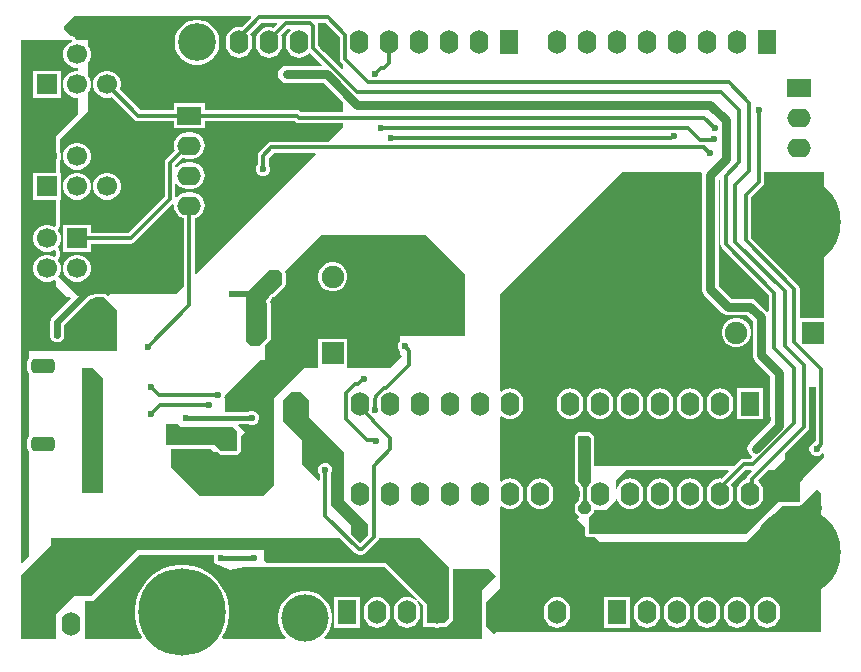
<source format=gbl>
G04*
G04 #@! TF.GenerationSoftware,Altium Limited,Altium Designer,21.7.1 (17)*
G04*
G04 Layer_Physical_Order=2*
G04 Layer_Color=16711680*
%FSLAX44Y44*%
%MOMM*%
G71*
G04*
G04 #@! TF.SameCoordinates,7A3013B2-BE9A-4409-8891-BE4D90AA3B49*
G04*
G04*
G04 #@! TF.FilePolarity,Positive*
G04*
G01*
G75*
%ADD12C,0.3000*%
%ADD14C,0.6000*%
%ADD31R,1.9000X1.9000*%
%ADD65R,1.9000X1.9000*%
%ADD66C,1.9000*%
%ADD72C,0.5000*%
%ADD73C,0.4000*%
%ADD74C,3.2000*%
%ADD75C,4.0000*%
%ADD76O,1.6000X2.0000*%
%ADD77R,1.6000X2.0000*%
%ADD78O,2.0000X1.6000*%
%ADD79R,2.0000X1.6000*%
%ADD80C,7.4000*%
%ADD81R,1.7000X1.7000*%
%ADD82C,1.7000*%
G04:AMPARAMS|DCode=83|XSize=2mm|YSize=1.2mm|CornerRadius=0.3mm|HoleSize=0mm|Usage=FLASHONLY|Rotation=0.000|XOffset=0mm|YOffset=0mm|HoleType=Round|Shape=RoundedRectangle|*
%AMROUNDEDRECTD83*
21,1,2.0000,0.6000,0,0,0.0*
21,1,1.4000,1.2000,0,0,0.0*
1,1,0.6000,0.7000,-0.3000*
1,1,0.6000,-0.7000,-0.3000*
1,1,0.6000,-0.7000,0.3000*
1,1,0.6000,0.7000,0.3000*
%
%ADD83ROUNDEDRECTD83*%
%ADD84C,0.6000*%
%ADD85C,0.8000*%
G36*
X198345Y528827D02*
X190305Y520786D01*
X187960Y521095D01*
X185088Y520717D01*
X182412Y519608D01*
X180115Y517845D01*
X178351Y515547D01*
X177243Y512872D01*
X176865Y510000D01*
Y506000D01*
X177243Y503128D01*
X178351Y500452D01*
X180115Y498155D01*
X182412Y496391D01*
X185088Y495283D01*
X187960Y494905D01*
X190832Y495283D01*
X193507Y496391D01*
X195805Y498155D01*
X197568Y500452D01*
X198677Y503128D01*
X199055Y506000D01*
Y510000D01*
X198677Y512872D01*
X197708Y515212D01*
X207158Y524662D01*
X219874D01*
X220360Y523489D01*
X217191Y520320D01*
X216232Y520717D01*
X213360Y521095D01*
X210488Y520717D01*
X207812Y519608D01*
X205515Y517845D01*
X203752Y515547D01*
X202643Y512872D01*
X202265Y510000D01*
Y506000D01*
X202643Y503128D01*
X203752Y500452D01*
X205515Y498155D01*
X207812Y496391D01*
X210488Y495283D01*
X213360Y494905D01*
X216232Y495283D01*
X218908Y496391D01*
X221205Y498155D01*
X222969Y500452D01*
X224077Y503128D01*
X224455Y506000D01*
Y510000D01*
X224077Y512872D01*
X223680Y513831D01*
X229510Y519662D01*
X231196D01*
X231627Y518392D01*
X230915Y517845D01*
X229151Y515547D01*
X228043Y512872D01*
X227665Y510000D01*
Y506000D01*
X228043Y503128D01*
X229151Y500452D01*
X230915Y498155D01*
X233213Y496391D01*
X235888Y495283D01*
X238760Y494905D01*
X241632Y495283D01*
X244307Y496391D01*
X246605Y498155D01*
X247169Y498889D01*
X248436Y498972D01*
X258424Y488984D01*
X257938Y487810D01*
X228232D01*
X226405Y487570D01*
X224702Y486865D01*
X223240Y485742D01*
X222118Y484280D01*
X221413Y482577D01*
X221172Y480750D01*
X221413Y478923D01*
X222118Y477220D01*
X223240Y475757D01*
X224702Y474636D01*
X226405Y473930D01*
X228232Y473690D01*
X259326D01*
X276000Y457015D01*
Y448588D01*
X240804D01*
X240148Y449244D01*
X238660Y450239D01*
X236904Y450588D01*
X159000D01*
Y457000D01*
X133000D01*
Y450588D01*
X104541D01*
X86961Y468168D01*
X87700Y470926D01*
Y473954D01*
X86916Y476879D01*
X85402Y479501D01*
X83261Y481642D01*
X80639Y483156D01*
X77714Y483940D01*
X74686D01*
X71761Y483156D01*
X69139Y481642D01*
X66998Y479501D01*
X65484Y476879D01*
X64700Y473954D01*
Y470926D01*
X65484Y468001D01*
X66998Y465379D01*
X69139Y463238D01*
X71761Y461724D01*
X74686Y460940D01*
X77714D01*
X80472Y461679D01*
X99396Y442756D01*
X100884Y441761D01*
X102640Y441412D01*
X133000D01*
Y435000D01*
X159000D01*
Y441412D01*
X235003D01*
X235660Y440756D01*
X237148Y439761D01*
X238904Y439412D01*
X276000D01*
Y436000D01*
X263500Y423500D01*
X215412D01*
X213656Y423151D01*
X212168Y422156D01*
X205256Y415244D01*
X204261Y413756D01*
X203912Y412000D01*
Y404397D01*
X203413Y403899D01*
X202500Y401693D01*
Y399306D01*
X203413Y397101D01*
X205101Y395414D01*
X207306Y394500D01*
X209694D01*
X211899Y395414D01*
X213587Y397101D01*
X214500Y399306D01*
Y401693D01*
X213587Y403899D01*
X213088Y404397D01*
Y410099D01*
X217313Y414324D01*
X252665D01*
X253151Y413150D01*
X151762Y311761D01*
X150588Y312248D01*
Y359046D01*
X150872Y359083D01*
X153547Y360191D01*
X155845Y361955D01*
X157608Y364253D01*
X158717Y366928D01*
X159095Y369800D01*
X158717Y372672D01*
X157608Y375347D01*
X155845Y377645D01*
X153547Y379408D01*
X150872Y380517D01*
X148000Y380895D01*
X144000D01*
X141128Y380517D01*
X138453Y379408D01*
X136155Y377645D01*
X135358Y376607D01*
X134088Y377038D01*
Y387962D01*
X135358Y388393D01*
X136155Y387355D01*
X138453Y385592D01*
X141128Y384483D01*
X144000Y384105D01*
X148000D01*
X150872Y384483D01*
X153547Y385592D01*
X155845Y387355D01*
X157608Y389653D01*
X158717Y392328D01*
X159095Y395200D01*
X158717Y398072D01*
X157608Y400747D01*
X155845Y403045D01*
X153547Y404809D01*
X150872Y405917D01*
X148000Y406295D01*
X144000D01*
X141128Y405917D01*
X138453Y404809D01*
X136155Y403045D01*
X135358Y402007D01*
X134088Y402438D01*
Y404199D01*
X140169Y410280D01*
X141128Y409883D01*
X144000Y409505D01*
X148000D01*
X150872Y409883D01*
X153547Y410992D01*
X155845Y412755D01*
X157608Y415053D01*
X158717Y417728D01*
X159095Y420600D01*
X158717Y423472D01*
X157608Y426147D01*
X155845Y428445D01*
X153547Y430209D01*
X150872Y431317D01*
X148000Y431695D01*
X144000D01*
X141128Y431317D01*
X138453Y430209D01*
X136155Y428445D01*
X134391Y426147D01*
X133283Y423472D01*
X132905Y420600D01*
X133283Y417728D01*
X133680Y416769D01*
X126256Y409344D01*
X125261Y407856D01*
X124912Y406100D01*
Y377150D01*
X94350Y346588D01*
X62300D01*
Y353500D01*
X39300D01*
Y330500D01*
X62300D01*
Y337412D01*
X96250D01*
X98006Y337761D01*
X99494Y338756D01*
X131789Y371050D01*
X132992Y370457D01*
X132905Y369800D01*
X133283Y366928D01*
X134391Y364253D01*
X136155Y361955D01*
X138453Y360191D01*
X141128Y359083D01*
X141412Y359046D01*
Y301412D01*
X135000Y295000D01*
X79000D01*
X77163Y293163D01*
X76163Y294163D01*
X75170Y294826D01*
X74000Y295059D01*
X74000Y295059D01*
X66567D01*
X66271Y295000D01*
X65970D01*
X65692Y294885D01*
X65396Y294826D01*
X65146Y294659D01*
X64867Y294543D01*
X64398Y294229D01*
X62949Y293941D01*
X62784D01*
X61613Y293708D01*
X60621Y293045D01*
X60576Y293000D01*
X52000D01*
X35000Y310000D01*
Y310228D01*
X36116Y312161D01*
X36900Y315086D01*
Y318114D01*
X36116Y321039D01*
X35000Y322972D01*
Y324686D01*
X35163Y324795D01*
X35275Y324963D01*
X35427Y325096D01*
X35604Y325454D01*
X35826Y325787D01*
X35865Y325985D01*
X35955Y326166D01*
X35981Y326565D01*
X36059Y326958D01*
Y331642D01*
X35981Y332035D01*
X35955Y332434D01*
X35865Y332615D01*
X35826Y332813D01*
X35604Y333146D01*
X35427Y333504D01*
X35275Y333638D01*
X35163Y333805D01*
X35000Y333914D01*
Y335628D01*
X36116Y337561D01*
X36900Y340486D01*
Y343514D01*
X36116Y346439D01*
X35000Y348372D01*
Y350086D01*
X35163Y350195D01*
X35275Y350363D01*
X35427Y350496D01*
X35604Y350854D01*
X35826Y351187D01*
X35865Y351385D01*
X35955Y351566D01*
X35981Y351965D01*
X36059Y352358D01*
Y358000D01*
Y374580D01*
X36900D01*
Y397580D01*
X36059D01*
Y406942D01*
X36116Y407041D01*
X36900Y409966D01*
Y412994D01*
X36116Y415919D01*
X36059Y416018D01*
Y426059D01*
X60000Y450000D01*
Y465377D01*
X60002Y465379D01*
X61516Y468001D01*
X62300Y470926D01*
Y473954D01*
X61516Y476879D01*
X60002Y479501D01*
X60000Y479503D01*
Y490777D01*
X60002Y490779D01*
X61516Y493401D01*
X62300Y496326D01*
Y499354D01*
X61516Y502279D01*
X60002Y504901D01*
X60000Y504903D01*
Y510000D01*
X49927D01*
X49875Y510399D01*
X49746Y510778D01*
X49668Y511171D01*
X49556Y511338D01*
X49491Y511529D01*
X49227Y511830D01*
X49005Y512163D01*
X48837Y512275D01*
X48704Y512427D01*
X48345Y512604D01*
X48013Y512826D01*
X47815Y512865D01*
X47634Y512954D01*
X47235Y512981D01*
X46842Y513059D01*
X45941D01*
X40000Y519000D01*
Y522000D01*
X48000Y530000D01*
X197859D01*
X198345Y528827D01*
D02*
G37*
G36*
X273472Y512290D02*
Y493498D01*
X273821Y491742D01*
X274816Y490253D01*
X276000Y489069D01*
Y486045D01*
X274827Y485559D01*
X254963Y505422D01*
Y521625D01*
X254614Y523381D01*
X254506Y523542D01*
X255105Y524662D01*
X261099D01*
X273472Y512290D01*
D02*
G37*
G36*
X47010Y508730D02*
X46361Y508556D01*
X43739Y507042D01*
X41598Y504901D01*
X40084Y502279D01*
X39300Y499354D01*
Y496326D01*
X40084Y493401D01*
X41598Y490779D01*
X43739Y488638D01*
X46361Y487124D01*
X49286Y486340D01*
X52000D01*
Y483940D01*
X49286D01*
X46361Y483156D01*
X43739Y481642D01*
X41598Y479501D01*
X40084Y476879D01*
X39300Y473954D01*
Y470926D01*
X40084Y468001D01*
X41598Y465379D01*
X43739Y463238D01*
X46361Y461724D01*
X49286Y460940D01*
X52000D01*
Y447000D01*
X33000Y428000D01*
Y397580D01*
X13900D01*
Y374580D01*
X33000D01*
Y358000D01*
Y352358D01*
X31730Y351624D01*
X29839Y352716D01*
X26914Y353500D01*
X23886D01*
X20961Y352716D01*
X18339Y351202D01*
X16198Y349061D01*
X14684Y346439D01*
X13900Y343514D01*
Y340486D01*
X14684Y337561D01*
X16198Y334939D01*
X18339Y332798D01*
X20961Y331284D01*
X23886Y330500D01*
X26914D01*
X29839Y331284D01*
X31730Y332376D01*
X33000Y331642D01*
Y326958D01*
X31730Y326225D01*
X29839Y327316D01*
X26914Y328100D01*
X23886D01*
X20961Y327316D01*
X18339Y325802D01*
X16198Y323661D01*
X14684Y321039D01*
X13900Y318114D01*
Y315086D01*
X14684Y312161D01*
X16198Y309539D01*
X18339Y307398D01*
X20961Y305884D01*
X23886Y305100D01*
X26914D01*
X29839Y305884D01*
X31730Y306976D01*
X33000Y306242D01*
Y301000D01*
X42000Y292000D01*
X44939D01*
X45425Y290827D01*
X29740Y275142D01*
X28414Y273157D01*
X27949Y270816D01*
Y260000D01*
X28066Y259409D01*
Y258806D01*
X28297Y258250D01*
X28414Y257659D01*
X28749Y257158D01*
X28979Y256601D01*
X29406Y256175D01*
X29740Y255674D01*
X30241Y255340D01*
X30667Y254913D01*
X31224Y254683D01*
X31725Y254348D01*
X32316Y254231D01*
X32873Y254000D01*
X33475D01*
X34066Y253882D01*
X34657Y254000D01*
X35259D01*
X35816Y254231D01*
X36407Y254348D01*
X36908Y254683D01*
X37465Y254913D01*
X37891Y255340D01*
X38392Y255674D01*
X38726Y256175D01*
X39153Y256601D01*
X39383Y257158D01*
X39718Y257659D01*
X39836Y258250D01*
X40066Y258806D01*
Y259409D01*
X40184Y260000D01*
Y268282D01*
X62784Y290882D01*
X63250D01*
X65591Y291348D01*
X66567Y292000D01*
X74000D01*
X85000Y281000D01*
Y247000D01*
X10000D01*
Y240324D01*
X9343Y239341D01*
X8878Y237000D01*
Y231000D01*
X9343Y228659D01*
X10000Y227676D01*
Y174324D01*
X9343Y173341D01*
X8878Y171000D01*
Y165000D01*
X9343Y162659D01*
X10000Y161676D01*
X10000Y73000D01*
X4173Y67173D01*
X3000Y67659D01*
Y510000D01*
X46842D01*
X47010Y508730D01*
D02*
G37*
G36*
X595412Y391328D02*
Y337000D01*
X595761Y335244D01*
X596756Y333756D01*
X636412Y294100D01*
Y280244D01*
X635142Y279813D01*
X634992Y280007D01*
X626008Y288992D01*
X624545Y290114D01*
X622842Y290820D01*
X621015Y291060D01*
X604925D01*
X594060Y301924D01*
Y391953D01*
X594142Y392007D01*
X595412Y391328D01*
D02*
G37*
G36*
X683000Y274734D02*
X662588D01*
Y299350D01*
X662239Y301106D01*
X661244Y302594D01*
X621588Y342251D01*
Y377099D01*
X631244Y386756D01*
X632239Y388244D01*
X632588Y390000D01*
Y398000D01*
X683000D01*
Y274734D01*
D02*
G37*
G36*
X224500Y312500D02*
Y303500D01*
X216231Y295231D01*
X215351Y294867D01*
X213664Y293179D01*
X213299Y292299D01*
X211000Y290000D01*
X212000Y285426D01*
Y258000D01*
X205000Y251000D01*
X198000D01*
X194000Y255000D01*
Y296000D01*
X213000Y315000D01*
X222000D01*
X224500Y312500D01*
D02*
G37*
G36*
X379000Y312000D02*
Y260000D01*
X378586Y259000D01*
X324000D01*
Y254836D01*
X323238Y254074D01*
X322325Y251869D01*
Y249482D01*
X323238Y247276D01*
X324000Y246515D01*
Y244000D01*
X326000Y242000D01*
X316000Y232000D01*
X281020D01*
X279750Y232000D01*
X279750Y233270D01*
Y257000D01*
X254750D01*
Y233270D01*
X254750Y232000D01*
X253480Y232000D01*
X243000D01*
X218000Y207000D01*
Y133000D01*
X209000Y124000D01*
X154000D01*
X130000Y148000D01*
Y163941D01*
X164059D01*
X167000Y161000D01*
X169674D01*
X170837Y159837D01*
X171829Y159174D01*
X173000Y158941D01*
X173000Y158941D01*
X186000D01*
X187171Y159174D01*
X188163Y159837D01*
X188826Y160830D01*
X188860Y161000D01*
X190000D01*
Y175000D01*
X193000Y178000D01*
X187271Y183729D01*
X187757Y184902D01*
X195379D01*
X197556Y184000D01*
X199944D01*
X202149Y184913D01*
X203836Y186601D01*
X204750Y188806D01*
Y191194D01*
X203836Y193399D01*
X202149Y195087D01*
X199944Y196000D01*
X197556D01*
X195379Y195098D01*
X176000D01*
Y207000D01*
X175679Y207320D01*
X175982Y208051D01*
Y208982D01*
X206000Y239000D01*
X210000D01*
Y251674D01*
X214163Y255837D01*
X214826Y256829D01*
X215059Y258000D01*
X215059Y258000D01*
Y285426D01*
X214994Y285750D01*
X214988Y286080D01*
X214345Y289020D01*
X215462Y290136D01*
X216125Y291129D01*
X216257Y291446D01*
X217084Y292274D01*
X217402Y292405D01*
X218394Y293068D01*
X226663Y301337D01*
X227326Y302329D01*
X227559Y303500D01*
X227559Y303500D01*
Y312500D01*
X227559Y312500D01*
X227326Y313671D01*
X227063Y314063D01*
X258000Y345000D01*
X346000D01*
X379000Y312000D01*
D02*
G37*
G36*
X580036Y396730D02*
X579940Y396000D01*
Y299000D01*
X580180Y297173D01*
X580886Y295470D01*
X582007Y294008D01*
X597008Y279007D01*
X598470Y277885D01*
X600173Y277180D01*
X602000Y276940D01*
X618091D01*
X622940Y272091D01*
Y243000D01*
X623180Y241173D01*
X623885Y239470D01*
X625008Y238008D01*
X637940Y225075D01*
Y186425D01*
X620508Y168992D01*
X619385Y167530D01*
X618680Y165827D01*
X618440Y164000D01*
X618680Y162173D01*
X619385Y160470D01*
X620508Y159008D01*
X621821Y157999D01*
X622086Y157432D01*
X622246Y156628D01*
X621206Y155588D01*
X615507D01*
X613752Y155239D01*
X612263Y154244D01*
X607019Y149000D01*
X602655D01*
X602359Y149059D01*
X516000D01*
X516000Y149059D01*
X515705Y149000D01*
X488910D01*
Y173148D01*
X488677Y174319D01*
X488014Y175311D01*
X488014Y175311D01*
X486163Y177163D01*
X485171Y177826D01*
X484000Y178059D01*
X484000Y178059D01*
X476000D01*
X474829Y177826D01*
X473837Y177163D01*
X473185Y176511D01*
X472522Y175519D01*
X472289Y174348D01*
X472289Y174348D01*
Y136149D01*
X472329Y135951D01*
X472316Y135749D01*
X472444Y135370D01*
X472522Y134978D01*
X472634Y134810D01*
X472699Y134619D01*
X472963Y134319D01*
X473185Y133986D01*
X473353Y133874D01*
X473486Y133722D01*
X473914Y133394D01*
X475187Y131735D01*
X475987Y129803D01*
X476286Y127529D01*
Y123931D01*
X475987Y121657D01*
X475187Y119725D01*
X473914Y118066D01*
X473486Y117738D01*
X473353Y117586D01*
X473185Y117474D01*
X472963Y117142D01*
X472699Y116841D01*
X472634Y116650D01*
X472522Y116482D01*
X472444Y116090D01*
X472316Y115711D01*
X472329Y115509D01*
X472289Y115311D01*
Y111418D01*
X472289Y111417D01*
X472522Y110247D01*
X473185Y109255D01*
X473185Y109255D01*
X476152Y106288D01*
X476164Y106164D01*
X474000Y104000D01*
X480941Y97059D01*
Y92000D01*
X481174Y90829D01*
X481837Y89837D01*
X482830Y89174D01*
X484000Y88941D01*
X489059D01*
X493000Y85000D01*
X618000D01*
X648000Y115000D01*
X662000D01*
X662941Y115941D01*
X663000D01*
X664171Y116174D01*
X665163Y116837D01*
X665826Y117830D01*
X666059Y119000D01*
Y119059D01*
X677000Y130000D01*
X681000Y126000D01*
Y9000D01*
X406000D01*
X404000Y7000D01*
X397059Y13941D01*
Y34059D01*
X409000Y46000D01*
Y55704D01*
X409059Y56000D01*
X409000Y56296D01*
Y114748D01*
X410270Y115374D01*
X411903Y114122D01*
X414578Y113013D01*
X417450Y112635D01*
X420322Y113013D01*
X422998Y114122D01*
X425295Y115885D01*
X427058Y118182D01*
X428167Y120858D01*
X428545Y123730D01*
Y127730D01*
X428167Y130602D01*
X427058Y133278D01*
X425295Y135575D01*
X422998Y137338D01*
X420322Y138447D01*
X417450Y138825D01*
X414578Y138447D01*
X411903Y137338D01*
X410270Y136086D01*
X409000Y136712D01*
Y190948D01*
X410270Y191574D01*
X411903Y190322D01*
X414578Y189213D01*
X417450Y188835D01*
X420322Y189213D01*
X422998Y190322D01*
X425295Y192085D01*
X427058Y194382D01*
X428167Y197058D01*
X428545Y199930D01*
Y203930D01*
X428167Y206802D01*
X427058Y209478D01*
X425295Y211775D01*
X422998Y213538D01*
X420322Y214647D01*
X417450Y215025D01*
X414578Y214647D01*
X411903Y213538D01*
X410270Y212286D01*
X409000Y212912D01*
Y295000D01*
X512000Y398000D01*
X578925D01*
X580036Y396730D01*
D02*
G37*
G36*
X139000Y182000D02*
X183000D01*
X186000Y179000D01*
Y162000D01*
X173000D01*
X168000Y167000D01*
X126000D01*
Y185000D01*
X136000D01*
X139000Y182000D01*
D02*
G37*
G36*
X73000Y223000D02*
Y126000D01*
X55000D01*
Y230000D01*
Y232000D01*
X64000D01*
X73000Y223000D01*
D02*
G37*
G36*
X676553Y170042D02*
X676511Y170000D01*
X675807D01*
X673601Y169087D01*
X671913Y167399D01*
X671000Y165194D01*
Y162806D01*
X671913Y160601D01*
X673601Y158913D01*
X675807Y158000D01*
X678194D01*
X680399Y158913D01*
X681730Y160245D01*
X683000Y159740D01*
Y157000D01*
X672000Y146000D01*
X668000Y142000D01*
X663000Y135000D01*
Y119000D01*
X644000D01*
X617000Y92000D01*
X484000D01*
Y105774D01*
X484769Y106288D01*
X488014Y109533D01*
X488677Y110526D01*
X488910Y111696D01*
X490119Y112000D01*
X499000D01*
X507000Y120000D01*
Y121255D01*
X508270Y121338D01*
X508333Y120858D01*
X509441Y118182D01*
X511205Y115885D01*
X513503Y114122D01*
X516178Y113013D01*
X519050Y112635D01*
X521922Y113013D01*
X524598Y114122D01*
X526895Y115885D01*
X528658Y118182D01*
X529767Y120858D01*
X530145Y123730D01*
Y127730D01*
X529767Y130602D01*
X528658Y133278D01*
X526895Y135575D01*
X524598Y137338D01*
X521922Y138447D01*
X519050Y138825D01*
X516178Y138447D01*
X513503Y137338D01*
X511205Y135575D01*
X509441Y133278D01*
X508333Y130602D01*
X508270Y130122D01*
X507000Y130205D01*
Y137000D01*
X516000Y146000D01*
X602359D01*
X602845Y144827D01*
X596658Y138639D01*
X595250Y138825D01*
X592378Y138447D01*
X589702Y137338D01*
X587405Y135575D01*
X585642Y133278D01*
X584533Y130602D01*
X584155Y127730D01*
Y123730D01*
X584533Y120858D01*
X585642Y118182D01*
X587405Y115885D01*
X589702Y114122D01*
X592378Y113013D01*
X595250Y112635D01*
X598122Y113013D01*
X600798Y114122D01*
X603095Y115885D01*
X604859Y118182D01*
X605967Y120858D01*
X606345Y123730D01*
Y127730D01*
X605967Y130602D01*
X604859Y133278D01*
X604604Y133609D01*
X616996Y146000D01*
X621852D01*
X622338Y144827D01*
X618784Y141273D01*
X617790Y139785D01*
X617501Y138332D01*
X615103Y137338D01*
X612805Y135575D01*
X611041Y133278D01*
X609933Y130602D01*
X609555Y127730D01*
Y123730D01*
X609933Y120858D01*
X611041Y118182D01*
X612805Y115885D01*
X615103Y114122D01*
X617778Y113013D01*
X620650Y112635D01*
X623522Y113013D01*
X626198Y114122D01*
X628495Y115885D01*
X630258Y118182D01*
X631367Y120858D01*
X631745Y123730D01*
Y127730D01*
X631367Y130602D01*
X630258Y133278D01*
X628495Y135575D01*
X627884Y136045D01*
X627800Y137312D01*
X636489Y146000D01*
X641000D01*
X650000Y155000D01*
Y159511D01*
X669244Y178756D01*
X670239Y180244D01*
X670588Y182000D01*
Y215588D01*
X671000Y216000D01*
X676553D01*
Y170042D01*
D02*
G37*
G36*
X485852Y173148D02*
Y135611D01*
X485805Y135575D01*
X484041Y133278D01*
X482933Y130602D01*
X482555Y127730D01*
Y123730D01*
X482933Y120858D01*
X484041Y118182D01*
X485805Y115885D01*
X485852Y115849D01*
Y111696D01*
X482607Y108451D01*
X478315D01*
X475348Y111417D01*
Y115311D01*
X476095Y115885D01*
X477859Y118182D01*
X478967Y120858D01*
X479345Y123730D01*
Y127730D01*
X478967Y130602D01*
X477859Y133278D01*
X476095Y135575D01*
X475348Y136149D01*
Y174348D01*
X476000Y175000D01*
X484000D01*
X485852Y173148D01*
D02*
G37*
G36*
X247000Y205000D02*
Y191000D01*
X277000Y161000D01*
Y120000D01*
X297000Y100000D01*
Y90489D01*
X290534Y84023D01*
X283000Y91558D01*
Y99000D01*
X265588Y116412D01*
Y142103D01*
X266087Y142601D01*
X267000Y144806D01*
Y147193D01*
X266087Y149399D01*
X264399Y151087D01*
X262194Y152000D01*
X259806D01*
X257601Y151087D01*
X255914Y149399D01*
X255000Y147193D01*
Y144806D01*
X255914Y142601D01*
X256412Y142103D01*
Y137247D01*
X255238Y136762D01*
X241000Y151000D01*
Y171000D01*
X225000Y187000D01*
Y205000D01*
X232000Y212000D01*
X240000D01*
X247000Y205000D01*
D02*
G37*
G36*
X366000Y63000D02*
Y62295D01*
X365941Y62000D01*
Y20267D01*
X361733Y16059D01*
X359237D01*
X358941Y16000D01*
X352259D01*
X352196Y16013D01*
X351963Y16059D01*
X347059D01*
Y31000D01*
X346826Y32171D01*
X346163Y33163D01*
X346163Y33163D01*
X341451Y37875D01*
X341036Y38152D01*
X340989Y38189D01*
X340952Y38236D01*
X340675Y38651D01*
X313163Y66163D01*
X312171Y66826D01*
X311000Y67059D01*
X311000Y67059D01*
X211941D01*
X209000Y70000D01*
Y78000D01*
X102000D01*
X63000Y39000D01*
X48000D01*
X33000Y24000D01*
Y3000D01*
X3000D01*
Y56000D01*
X29000Y82000D01*
Y88000D01*
X273580D01*
X286048Y75533D01*
X287536Y74538D01*
X289292Y74189D01*
X291777D01*
X293533Y74538D01*
X295021Y75533D01*
X305194Y85706D01*
X306189Y87194D01*
X306349Y88000D01*
X341000D01*
X366000Y63000D01*
D02*
G37*
G36*
X167000Y66850D02*
X180000Y61000D01*
X192000Y64000D01*
X311000D01*
X338512Y36488D01*
X337673Y35531D01*
X337437Y35712D01*
X335747Y37009D01*
X333072Y38117D01*
X330200Y38495D01*
X327328Y38117D01*
X324652Y37009D01*
X322355Y35245D01*
X320592Y32947D01*
X319483Y30272D01*
X319105Y27400D01*
Y23400D01*
X319483Y20528D01*
X320592Y17852D01*
X322355Y15555D01*
X324652Y13792D01*
X327328Y12683D01*
X330200Y12305D01*
X333072Y12683D01*
X335747Y13792D01*
X338045Y15555D01*
X339809Y17852D01*
X340917Y20528D01*
X341295Y23400D01*
Y27400D01*
X340917Y30272D01*
X339809Y32947D01*
X338512Y34637D01*
X338331Y34873D01*
X339288Y35712D01*
X344000Y31000D01*
Y13000D01*
X351963D01*
X352728Y12683D01*
X355600Y12305D01*
X358472Y12683D01*
X359237Y13000D01*
X363000D01*
X369000Y19000D01*
Y62000D01*
X400000D01*
X406000Y56000D01*
X394000Y44000D01*
Y3000D01*
X260706D01*
X260220Y4173D01*
X261705Y5658D01*
X264222Y9425D01*
X265956Y13611D01*
X266840Y18055D01*
Y22585D01*
X265956Y27029D01*
X264222Y31215D01*
X261705Y34982D01*
X258502Y38185D01*
X254735Y40702D01*
X250549Y42436D01*
X246105Y43320D01*
X241575D01*
X237131Y42436D01*
X232945Y40702D01*
X229178Y38185D01*
X225975Y34982D01*
X223458Y31215D01*
X221724Y27029D01*
X220840Y22585D01*
Y18055D01*
X221724Y13611D01*
X223458Y9425D01*
X225975Y5658D01*
X227460Y4173D01*
X226974Y3000D01*
X174267D01*
X173690Y4132D01*
X173911Y4435D01*
X176770Y10045D01*
X178715Y16033D01*
X179700Y22252D01*
Y28548D01*
X178715Y34767D01*
X176770Y40755D01*
X173911Y46365D01*
X170210Y51458D01*
X165758Y55910D01*
X160665Y59611D01*
X155055Y62470D01*
X149067Y64415D01*
X142848Y65400D01*
X136552D01*
X130333Y64415D01*
X124345Y62470D01*
X118735Y59611D01*
X113642Y55910D01*
X109190Y51458D01*
X105489Y46365D01*
X102631Y40755D01*
X100685Y34767D01*
X99700Y28548D01*
Y22252D01*
X100685Y16033D01*
X102631Y10045D01*
X105489Y4435D01*
X105710Y4132D01*
X105133Y3000D01*
X58000D01*
Y35000D01*
X64000D01*
X103000Y74000D01*
X167000D01*
Y66850D01*
D02*
G37*
%LPC*%
G36*
X154271Y527000D02*
X150529D01*
X146858Y526270D01*
X143400Y524838D01*
X140288Y522758D01*
X137642Y520112D01*
X135562Y517000D01*
X134130Y513542D01*
X133400Y509871D01*
Y506129D01*
X134130Y502458D01*
X135562Y499000D01*
X137642Y495888D01*
X140288Y493242D01*
X143400Y491162D01*
X146858Y489730D01*
X150529Y489000D01*
X154271D01*
X157942Y489730D01*
X161400Y491162D01*
X164512Y493242D01*
X167158Y495888D01*
X169238Y499000D01*
X170670Y502458D01*
X171400Y506129D01*
Y509871D01*
X170670Y513542D01*
X169238Y517000D01*
X167158Y520112D01*
X164512Y522758D01*
X161400Y524838D01*
X157942Y526270D01*
X154271Y527000D01*
D02*
G37*
G36*
X52314Y422980D02*
X49286D01*
X46361Y422196D01*
X43739Y420682D01*
X41598Y418541D01*
X40084Y415919D01*
X39300Y412994D01*
Y409966D01*
X40084Y407041D01*
X41598Y404419D01*
X43739Y402278D01*
X46361Y400764D01*
X49286Y399980D01*
X52314D01*
X55239Y400764D01*
X57861Y402278D01*
X60002Y404419D01*
X61516Y407041D01*
X62300Y409966D01*
Y412994D01*
X61516Y415919D01*
X60002Y418541D01*
X57861Y420682D01*
X55239Y422196D01*
X52314Y422980D01*
D02*
G37*
G36*
X77714Y397580D02*
X74686D01*
X71761Y396796D01*
X69139Y395282D01*
X66998Y393141D01*
X65484Y390519D01*
X64700Y387594D01*
Y384566D01*
X65484Y381641D01*
X66998Y379019D01*
X69139Y376878D01*
X71761Y375364D01*
X74686Y374580D01*
X77714D01*
X80639Y375364D01*
X83261Y376878D01*
X85402Y379019D01*
X86916Y381641D01*
X87700Y384566D01*
Y387594D01*
X86916Y390519D01*
X85402Y393141D01*
X83261Y395282D01*
X80639Y396796D01*
X77714Y397580D01*
D02*
G37*
G36*
X52314D02*
X49286D01*
X46361Y396796D01*
X43739Y395282D01*
X41598Y393141D01*
X40084Y390519D01*
X39300Y387594D01*
Y384566D01*
X40084Y381641D01*
X41598Y379019D01*
X43739Y376878D01*
X46361Y375364D01*
X49286Y374580D01*
X52314D01*
X55239Y375364D01*
X57861Y376878D01*
X60002Y379019D01*
X61516Y381641D01*
X62300Y384566D01*
Y387594D01*
X61516Y390519D01*
X60002Y393141D01*
X57861Y395282D01*
X55239Y396796D01*
X52314Y397580D01*
D02*
G37*
G36*
Y328100D02*
X49286D01*
X46361Y327316D01*
X43739Y325802D01*
X41598Y323661D01*
X40084Y321039D01*
X39300Y318114D01*
Y315086D01*
X40084Y312161D01*
X41598Y309539D01*
X43739Y307398D01*
X46361Y305884D01*
X49286Y305100D01*
X52314D01*
X55239Y305884D01*
X57861Y307398D01*
X60002Y309539D01*
X61516Y312161D01*
X62300Y315086D01*
Y318114D01*
X61516Y321039D01*
X60002Y323661D01*
X57861Y325802D01*
X55239Y327316D01*
X52314Y328100D01*
D02*
G37*
G36*
X36900Y483940D02*
X13900D01*
Y460940D01*
X36900D01*
Y483940D01*
D02*
G37*
G36*
X268896Y322000D02*
X265604D01*
X262425Y321148D01*
X259575Y319503D01*
X257248Y317175D01*
X255602Y314325D01*
X254750Y311146D01*
Y307854D01*
X255602Y304675D01*
X257248Y301825D01*
X259575Y299498D01*
X262425Y297852D01*
X265604Y297000D01*
X268896D01*
X272075Y297852D01*
X274925Y299498D01*
X277253Y301825D01*
X278898Y304675D01*
X279750Y307854D01*
Y311146D01*
X278898Y314325D01*
X277253Y317175D01*
X274925Y319503D01*
X272075Y321148D01*
X268896Y322000D01*
D02*
G37*
G36*
X610750Y274734D02*
X607458D01*
X604279Y273882D01*
X601429Y272236D01*
X599101Y269909D01*
X597456Y267059D01*
X596604Y263880D01*
Y260588D01*
X597456Y257409D01*
X599101Y254559D01*
X601429Y252232D01*
X604279Y250586D01*
X607458Y249734D01*
X610750D01*
X613929Y250586D01*
X616779Y252232D01*
X619106Y254559D01*
X620752Y257409D01*
X621604Y260588D01*
Y263880D01*
X620752Y267059D01*
X619106Y269909D01*
X616779Y272236D01*
X613929Y273882D01*
X610750Y274734D01*
D02*
G37*
G36*
X631650Y214930D02*
X609650D01*
Y188930D01*
X631650D01*
Y214930D01*
D02*
G37*
G36*
X595250Y215025D02*
X592378Y214647D01*
X589702Y213538D01*
X587405Y211775D01*
X585642Y209478D01*
X584533Y206802D01*
X584155Y203930D01*
Y199930D01*
X584533Y197058D01*
X585642Y194382D01*
X587405Y192085D01*
X589702Y190322D01*
X592378Y189213D01*
X595250Y188835D01*
X598122Y189213D01*
X600798Y190322D01*
X603095Y192085D01*
X604859Y194382D01*
X605967Y197058D01*
X606345Y199930D01*
Y203930D01*
X605967Y206802D01*
X604859Y209478D01*
X603095Y211775D01*
X600798Y213538D01*
X598122Y214647D01*
X595250Y215025D01*
D02*
G37*
G36*
X569850D02*
X566978Y214647D01*
X564302Y213538D01*
X562005Y211775D01*
X560242Y209478D01*
X559133Y206802D01*
X558755Y203930D01*
Y199930D01*
X559133Y197058D01*
X560242Y194382D01*
X562005Y192085D01*
X564302Y190322D01*
X566978Y189213D01*
X569850Y188835D01*
X572722Y189213D01*
X575397Y190322D01*
X577695Y192085D01*
X579459Y194382D01*
X580567Y197058D01*
X580945Y199930D01*
Y203930D01*
X580567Y206802D01*
X579459Y209478D01*
X577695Y211775D01*
X575397Y213538D01*
X572722Y214647D01*
X569850Y215025D01*
D02*
G37*
G36*
X544450D02*
X541578Y214647D01*
X538903Y213538D01*
X536605Y211775D01*
X534841Y209478D01*
X533733Y206802D01*
X533355Y203930D01*
Y199930D01*
X533733Y197058D01*
X534841Y194382D01*
X536605Y192085D01*
X538903Y190322D01*
X541578Y189213D01*
X544450Y188835D01*
X547322Y189213D01*
X549997Y190322D01*
X552295Y192085D01*
X554058Y194382D01*
X555167Y197058D01*
X555545Y199930D01*
Y203930D01*
X555167Y206802D01*
X554058Y209478D01*
X552295Y211775D01*
X549997Y213538D01*
X547322Y214647D01*
X544450Y215025D01*
D02*
G37*
G36*
X519050D02*
X516178Y214647D01*
X513503Y213538D01*
X511205Y211775D01*
X509441Y209478D01*
X508333Y206802D01*
X507955Y203930D01*
Y199930D01*
X508333Y197058D01*
X509441Y194382D01*
X511205Y192085D01*
X513503Y190322D01*
X516178Y189213D01*
X519050Y188835D01*
X521922Y189213D01*
X524598Y190322D01*
X526895Y192085D01*
X528658Y194382D01*
X529767Y197058D01*
X530145Y199930D01*
Y203930D01*
X529767Y206802D01*
X528658Y209478D01*
X526895Y211775D01*
X524598Y213538D01*
X521922Y214647D01*
X519050Y215025D01*
D02*
G37*
G36*
X493650D02*
X490778Y214647D01*
X488102Y213538D01*
X485805Y211775D01*
X484041Y209478D01*
X482933Y206802D01*
X482555Y203930D01*
Y199930D01*
X482933Y197058D01*
X484041Y194382D01*
X485805Y192085D01*
X488102Y190322D01*
X490778Y189213D01*
X493650Y188835D01*
X496522Y189213D01*
X499198Y190322D01*
X501495Y192085D01*
X503259Y194382D01*
X504367Y197058D01*
X504745Y199930D01*
Y203930D01*
X504367Y206802D01*
X503259Y209478D01*
X501495Y211775D01*
X499198Y213538D01*
X496522Y214647D01*
X493650Y215025D01*
D02*
G37*
G36*
X468250D02*
X465378Y214647D01*
X462702Y213538D01*
X460405Y211775D01*
X458642Y209478D01*
X457533Y206802D01*
X457155Y203930D01*
Y199930D01*
X457533Y197058D01*
X458642Y194382D01*
X460405Y192085D01*
X462702Y190322D01*
X465378Y189213D01*
X468250Y188835D01*
X471122Y189213D01*
X473797Y190322D01*
X476095Y192085D01*
X477859Y194382D01*
X478967Y197058D01*
X479345Y199930D01*
Y203930D01*
X478967Y206802D01*
X477859Y209478D01*
X476095Y211775D01*
X473797Y213538D01*
X471122Y214647D01*
X468250Y215025D01*
D02*
G37*
G36*
X442850Y138825D02*
X439978Y138447D01*
X437303Y137338D01*
X435005Y135575D01*
X433242Y133278D01*
X432133Y130602D01*
X431755Y127730D01*
Y123730D01*
X432133Y120858D01*
X433242Y118182D01*
X435005Y115885D01*
X437303Y114122D01*
X439978Y113013D01*
X442850Y112635D01*
X445722Y113013D01*
X448397Y114122D01*
X450695Y115885D01*
X452458Y118182D01*
X453567Y120858D01*
X453945Y123730D01*
Y127730D01*
X453567Y130602D01*
X452458Y133278D01*
X450695Y135575D01*
X448397Y137338D01*
X445722Y138447D01*
X442850Y138825D01*
D02*
G37*
G36*
X519000Y38400D02*
X497000D01*
Y12400D01*
X519000D01*
Y38400D01*
D02*
G37*
G36*
X635000Y38495D02*
X632128Y38117D01*
X629453Y37009D01*
X627155Y35245D01*
X625392Y32947D01*
X624283Y30272D01*
X623905Y27400D01*
Y23400D01*
X624283Y20528D01*
X625392Y17852D01*
X627155Y15555D01*
X629453Y13792D01*
X632128Y12683D01*
X635000Y12305D01*
X637872Y12683D01*
X640547Y13792D01*
X642845Y15555D01*
X644609Y17852D01*
X645717Y20528D01*
X646095Y23400D01*
Y27400D01*
X645717Y30272D01*
X644609Y32947D01*
X642845Y35245D01*
X640547Y37009D01*
X637872Y38117D01*
X635000Y38495D01*
D02*
G37*
G36*
X609600D02*
X606728Y38117D01*
X604053Y37009D01*
X601755Y35245D01*
X599991Y32947D01*
X598883Y30272D01*
X598505Y27400D01*
Y23400D01*
X598883Y20528D01*
X599991Y17852D01*
X601755Y15555D01*
X604053Y13792D01*
X606728Y12683D01*
X609600Y12305D01*
X612472Y12683D01*
X615148Y13792D01*
X617445Y15555D01*
X619208Y17852D01*
X620317Y20528D01*
X620695Y23400D01*
Y27400D01*
X620317Y30272D01*
X619208Y32947D01*
X617445Y35245D01*
X615148Y37009D01*
X612472Y38117D01*
X609600Y38495D01*
D02*
G37*
G36*
X584200D02*
X581328Y38117D01*
X578652Y37009D01*
X576355Y35245D01*
X574591Y32947D01*
X573483Y30272D01*
X573105Y27400D01*
Y23400D01*
X573483Y20528D01*
X574591Y17852D01*
X576355Y15555D01*
X578652Y13792D01*
X581328Y12683D01*
X584200Y12305D01*
X587072Y12683D01*
X589748Y13792D01*
X592045Y15555D01*
X593809Y17852D01*
X594917Y20528D01*
X595295Y23400D01*
Y27400D01*
X594917Y30272D01*
X593809Y32947D01*
X592045Y35245D01*
X589748Y37009D01*
X587072Y38117D01*
X584200Y38495D01*
D02*
G37*
G36*
X558800D02*
X555928Y38117D01*
X553252Y37009D01*
X550955Y35245D01*
X549192Y32947D01*
X548083Y30272D01*
X547705Y27400D01*
Y23400D01*
X548083Y20528D01*
X549192Y17852D01*
X550955Y15555D01*
X553252Y13792D01*
X555928Y12683D01*
X558800Y12305D01*
X561672Y12683D01*
X564347Y13792D01*
X566645Y15555D01*
X568409Y17852D01*
X569517Y20528D01*
X569895Y23400D01*
Y27400D01*
X569517Y30272D01*
X568409Y32947D01*
X566645Y35245D01*
X564347Y37009D01*
X561672Y38117D01*
X558800Y38495D01*
D02*
G37*
G36*
X533400D02*
X530528Y38117D01*
X527853Y37009D01*
X525555Y35245D01*
X523792Y32947D01*
X522683Y30272D01*
X522305Y27400D01*
Y23400D01*
X522683Y20528D01*
X523792Y17852D01*
X525555Y15555D01*
X527853Y13792D01*
X530528Y12683D01*
X533400Y12305D01*
X536272Y12683D01*
X538947Y13792D01*
X541245Y15555D01*
X543008Y17852D01*
X544117Y20528D01*
X544495Y23400D01*
Y27400D01*
X544117Y30272D01*
X543008Y32947D01*
X541245Y35245D01*
X538947Y37009D01*
X536272Y38117D01*
X533400Y38495D01*
D02*
G37*
G36*
X457200D02*
X454328Y38117D01*
X451652Y37009D01*
X449355Y35245D01*
X447592Y32947D01*
X446483Y30272D01*
X446105Y27400D01*
Y23400D01*
X446483Y20528D01*
X447592Y17852D01*
X449355Y15555D01*
X451652Y13792D01*
X454328Y12683D01*
X457200Y12305D01*
X460072Y12683D01*
X462747Y13792D01*
X465045Y15555D01*
X466809Y17852D01*
X467917Y20528D01*
X468295Y23400D01*
Y27400D01*
X467917Y30272D01*
X466809Y32947D01*
X465045Y35245D01*
X462747Y37009D01*
X460072Y38117D01*
X457200Y38495D01*
D02*
G37*
G36*
X569850Y138825D02*
X566978Y138447D01*
X564302Y137338D01*
X562005Y135575D01*
X560242Y133278D01*
X559133Y130602D01*
X558755Y127730D01*
Y123730D01*
X559133Y120858D01*
X560242Y118182D01*
X562005Y115885D01*
X564302Y114122D01*
X566978Y113013D01*
X569850Y112635D01*
X572722Y113013D01*
X575397Y114122D01*
X577695Y115885D01*
X579459Y118182D01*
X580567Y120858D01*
X580945Y123730D01*
Y127730D01*
X580567Y130602D01*
X579459Y133278D01*
X577695Y135575D01*
X575397Y137338D01*
X572722Y138447D01*
X569850Y138825D01*
D02*
G37*
G36*
X544450D02*
X541578Y138447D01*
X538903Y137338D01*
X536605Y135575D01*
X534841Y133278D01*
X533733Y130602D01*
X533355Y127730D01*
Y123730D01*
X533733Y120858D01*
X534841Y118182D01*
X536605Y115885D01*
X538903Y114122D01*
X541578Y113013D01*
X544450Y112635D01*
X547322Y113013D01*
X549997Y114122D01*
X552295Y115885D01*
X554058Y118182D01*
X555167Y120858D01*
X555545Y123730D01*
Y127730D01*
X555167Y130602D01*
X554058Y133278D01*
X552295Y135575D01*
X549997Y137338D01*
X547322Y138447D01*
X544450Y138825D01*
D02*
G37*
G36*
X290400Y38400D02*
X268400D01*
Y12400D01*
X290400D01*
Y38400D01*
D02*
G37*
G36*
X304800Y38495D02*
X301928Y38117D01*
X299252Y37009D01*
X296955Y35245D01*
X295191Y32947D01*
X294083Y30272D01*
X293705Y27400D01*
Y23400D01*
X294083Y20528D01*
X295191Y17852D01*
X296955Y15555D01*
X299252Y13792D01*
X301928Y12683D01*
X304800Y12305D01*
X307672Y12683D01*
X310347Y13792D01*
X312645Y15555D01*
X314408Y17852D01*
X315517Y20528D01*
X315895Y23400D01*
Y27400D01*
X315517Y30272D01*
X314408Y32947D01*
X312645Y35245D01*
X310347Y37009D01*
X307672Y38117D01*
X304800Y38495D01*
D02*
G37*
%LPD*%
D12*
X317000Y427000D02*
X553688D01*
X555188Y428500D01*
X556000D01*
X308000Y435000D02*
X568500D01*
X578500Y425000D01*
X623107Y151000D02*
X657500Y185393D01*
X595250Y130743D02*
X615507Y151000D01*
X623107D01*
X666000Y182000D02*
Y235000D01*
X650000Y251000D02*
Y297000D01*
Y251000D02*
X666000Y235000D01*
X641000Y249000D02*
Y296000D01*
X657500Y185393D02*
Y232500D01*
X641000Y249000D02*
X657500Y232500D01*
X622029Y138029D02*
X666000Y182000D01*
X608000Y339000D02*
X650000Y297000D01*
X617000Y340350D02*
X658000Y299350D01*
Y254250D02*
X681142Y231109D01*
X658000Y254250D02*
Y299350D01*
X600000Y337000D02*
X641000Y296000D01*
X287897Y466000D02*
X596000D01*
X250375Y503521D02*
X287897Y466000D01*
X596000D02*
X611270Y450730D01*
X297558Y474000D02*
X603000D01*
X278060Y493498D02*
X297558Y474000D01*
X603000D02*
X620000Y457000D01*
X303000Y481000D02*
X303323D01*
X308465Y486142D02*
X310392D01*
X303323Y481000D02*
X308465Y486142D01*
X310392D02*
X314960Y490710D01*
X236904Y446000D02*
X238904Y444000D01*
X582000D02*
X591000Y435000D01*
X238904Y444000D02*
X582000D01*
X146000Y446000D02*
X236904D01*
X611270Y443349D02*
Y450730D01*
X620000Y399000D02*
Y457000D01*
X608000Y387000D02*
X620000Y399000D01*
X608000Y339000D02*
Y387000D01*
X617000Y379000D02*
X628000Y390000D01*
X617000Y340350D02*
Y379000D01*
X628000Y390000D02*
Y451000D01*
X600000Y337000D02*
Y395000D01*
X611339Y406339D01*
Y443279D01*
X611270Y443349D02*
X611339Y443279D01*
X582518Y425522D02*
X589330D01*
X589904Y426096D01*
X578500Y425000D02*
X581996D01*
X215412Y418912D02*
X581305D01*
X586217Y414000D02*
X587000D01*
X581305Y418912D02*
X586217Y414000D01*
X581996Y425000D02*
X582518Y425522D01*
X102640Y446000D02*
X146000D01*
X250375Y503521D02*
Y521625D01*
X278060Y493498D02*
Y514190D01*
X312430Y215430D02*
X332000Y235000D01*
X304350Y208693D02*
X311087Y215430D01*
X303197Y196947D02*
Y206197D01*
X332000Y235000D02*
Y247000D01*
X303197Y206197D02*
X304350Y207350D01*
X311087Y215430D02*
X312430D01*
X304350Y207350D02*
Y208693D01*
X328325Y250675D02*
X332000Y247000D01*
X620650Y125730D02*
X622029Y127109D01*
Y138029D01*
X681142Y168141D02*
Y231109D01*
X677000Y164000D02*
X681142Y168141D01*
X261000Y107069D02*
X289292Y78777D01*
X291777D01*
X301950Y88950D02*
Y149200D01*
X291777Y78777D02*
X301950Y88950D01*
X261000Y107069D02*
Y146000D01*
X288351Y218292D02*
X293338Y223279D01*
X278750Y210812D02*
X286230Y218292D01*
X293338Y223279D02*
X293971D01*
X286230Y218292D02*
X288351D01*
X301950Y149200D02*
X316250Y163500D01*
X146000Y285250D02*
Y369800D01*
X111000Y250250D02*
X146000Y285250D01*
X50800Y342000D02*
X96250D01*
X129500Y375250D01*
Y406100D02*
X144000Y420600D01*
X146000D01*
X129500Y375250D02*
Y406100D01*
X290450Y199050D02*
Y201930D01*
Y199050D02*
X301500Y188000D01*
Y187750D02*
Y188000D01*
Y187750D02*
X316250Y173000D01*
Y163500D02*
Y173000D01*
X296532Y171324D02*
X303426D01*
X278750Y189107D02*
X296532Y171324D01*
X303426D02*
X304000Y170750D01*
X162250Y201000D02*
X162500Y200750D01*
X120750Y201000D02*
X162250D01*
X113250Y193500D02*
X120750Y201000D01*
X120006Y209244D02*
X169982D01*
X113250Y216000D02*
X120006Y209244D01*
X208500Y400500D02*
Y412000D01*
X215412Y418912D01*
X314960Y490710D02*
Y508000D01*
X76200Y472440D02*
X102640Y446000D01*
X247750Y524250D02*
X250375Y521625D01*
X227610Y524250D02*
X247750D01*
X187960Y511953D02*
X205257Y529250D01*
X263000D02*
X278060Y514190D01*
X213360Y510000D02*
X227610Y524250D01*
X213360Y508000D02*
Y510000D01*
X205257Y529250D02*
X263000D01*
X595250Y125730D02*
Y130743D01*
X187960Y508000D02*
Y511953D01*
X278750Y189107D02*
Y210812D01*
D14*
X60250Y297000D02*
X63250D01*
X76000Y309750D01*
X34066Y260000D02*
Y270816D01*
X60250Y297000D01*
D31*
X267250Y244500D02*
D03*
D65*
X674104Y262234D02*
D03*
D66*
Y307234D02*
D03*
X609104D02*
D03*
Y262234D02*
D03*
X312250Y244500D02*
D03*
Y309500D02*
D03*
X267250D02*
D03*
D72*
X201000Y295000D02*
X202000Y294000D01*
X182000Y295000D02*
X201000D01*
D73*
X143500Y190000D02*
X198750D01*
X173250Y71250D02*
X200750D01*
X173000Y71000D02*
X173250Y71250D01*
X200750D02*
X201000Y71500D01*
D74*
X152400Y508000D02*
D03*
D75*
X200660Y22860D02*
D03*
X243840Y20320D02*
D03*
D76*
X187960Y508000D02*
D03*
X213360D02*
D03*
X238760D02*
D03*
X264160D02*
D03*
X289560D02*
D03*
X314960D02*
D03*
X340360D02*
D03*
X365760D02*
D03*
X391160D02*
D03*
X457200Y25400D02*
D03*
X431800D02*
D03*
X406400D02*
D03*
X381000D02*
D03*
X355600D02*
D03*
X330200D02*
D03*
X304800D02*
D03*
X457200Y508000D02*
D03*
X482600D02*
D03*
X508000D02*
D03*
X533400D02*
D03*
X558800D02*
D03*
X584200D02*
D03*
X609600D02*
D03*
X635000Y25400D02*
D03*
X609600D02*
D03*
X584200D02*
D03*
X558800D02*
D03*
X533400D02*
D03*
X71120Y15240D02*
D03*
X45720D02*
D03*
X595250Y201930D02*
D03*
X569850D02*
D03*
X544450D02*
D03*
X519050D02*
D03*
X493650D02*
D03*
X468250D02*
D03*
X442850D02*
D03*
X417450D02*
D03*
X392050D02*
D03*
X366650D02*
D03*
X341250D02*
D03*
X315850D02*
D03*
X290450D02*
D03*
X620650Y125730D02*
D03*
X595250D02*
D03*
X569850D02*
D03*
X544450D02*
D03*
X519050D02*
D03*
X493650D02*
D03*
X468250D02*
D03*
X442850D02*
D03*
X417450D02*
D03*
X392050D02*
D03*
X366650D02*
D03*
X341250D02*
D03*
X315850D02*
D03*
X290450D02*
D03*
D77*
X416560Y508000D02*
D03*
X279400Y25400D02*
D03*
X635000Y508000D02*
D03*
X508000Y25400D02*
D03*
X20320Y15240D02*
D03*
X620650Y201930D02*
D03*
D78*
X662000Y418200D02*
D03*
Y443600D02*
D03*
X146000Y420600D02*
D03*
Y395200D02*
D03*
Y369800D02*
D03*
D79*
X662000Y469000D02*
D03*
X146000Y446000D02*
D03*
D80*
X139700Y25400D02*
D03*
X660400Y76200D02*
D03*
Y355600D02*
D03*
D81*
X25400Y386080D02*
D03*
Y472440D02*
D03*
X50800Y342000D02*
D03*
D82*
Y386080D02*
D03*
X25400Y411480D02*
D03*
X50800D02*
D03*
X76200Y386080D02*
D03*
Y411480D02*
D03*
X50800Y472440D02*
D03*
X25400Y497840D02*
D03*
X50800D02*
D03*
X76200Y472440D02*
D03*
Y497840D02*
D03*
X25400Y316600D02*
D03*
X50800D02*
D03*
X25400Y342000D02*
D03*
D83*
X21995Y168000D02*
D03*
Y234000D02*
D03*
D84*
X182000Y295000D02*
D03*
X317000Y427000D02*
D03*
X308000Y435000D02*
D03*
X589000Y280000D02*
D03*
X32965Y443355D02*
D03*
X34066Y260000D02*
D03*
X257000Y287000D02*
D03*
X218750Y289780D02*
D03*
X303000Y481000D02*
D03*
X556000Y428500D02*
D03*
X628000Y451000D02*
D03*
X587000Y414000D02*
D03*
X589904Y426096D02*
D03*
X591000Y435000D02*
D03*
X274000Y331000D02*
D03*
X677000Y164000D02*
D03*
X291000Y94000D02*
D03*
X234000Y199000D02*
D03*
X8000Y81000D02*
D03*
X59500Y218750D02*
D03*
X389000Y54750D02*
D03*
X201250Y256750D02*
D03*
X636000Y189000D02*
D03*
X679250Y113750D02*
D03*
X496000Y99500D02*
D03*
X662343Y155758D02*
D03*
X247500Y494750D02*
D03*
X228232Y480750D02*
D03*
X190671Y453088D02*
D03*
X202500Y434500D02*
D03*
X52250Y435250D02*
D03*
X54500Y521250D02*
D03*
X76000Y309750D02*
D03*
X60250Y297000D02*
D03*
X182000Y206250D02*
D03*
X198750Y190000D02*
D03*
X7250Y137250D02*
D03*
X201000Y71500D02*
D03*
X173000Y71000D02*
D03*
X157750Y160000D02*
D03*
X136500Y159500D02*
D03*
X176250Y169149D02*
D03*
X200250Y139750D02*
D03*
X207000Y176250D02*
D03*
X454250Y155250D02*
D03*
X375000Y267000D02*
D03*
X328325Y250675D02*
D03*
X170250Y416750D02*
D03*
X239750Y287250D02*
D03*
X293971Y223279D02*
D03*
X59500Y226000D02*
D03*
X261000Y146000D02*
D03*
X673750Y198500D02*
D03*
X111000Y250250D02*
D03*
X135000Y174750D02*
D03*
X143500Y190000D02*
D03*
X248750Y170500D02*
D03*
X8500Y276000D02*
D03*
X69250Y265250D02*
D03*
X304000Y170750D02*
D03*
X479750Y113750D02*
D03*
X480750Y170750D02*
D03*
X162500Y200750D02*
D03*
X169982Y209244D02*
D03*
X67000Y132500D02*
D03*
X61250Y138000D02*
D03*
X113250Y193500D02*
D03*
Y216000D02*
D03*
X208500Y400500D02*
D03*
X625500Y164000D02*
D03*
X303197Y196947D02*
D03*
D85*
X625500Y164000D02*
X645000Y183500D01*
Y228000D01*
X630000Y243000D02*
X645000Y228000D01*
X630000Y243000D02*
Y275015D01*
X621015Y284000D02*
X630000Y275015D01*
X602000Y284000D02*
X621015D01*
X587000Y299000D02*
Y396000D01*
X600000Y409000D01*
Y442000D01*
X587000Y455000D02*
X600000Y442000D01*
X288000Y455000D02*
X587000D01*
X262250Y480750D02*
X288000Y455000D01*
X587000Y299000D02*
X602000Y284000D01*
X228232Y480750D02*
X262250D01*
M02*

</source>
